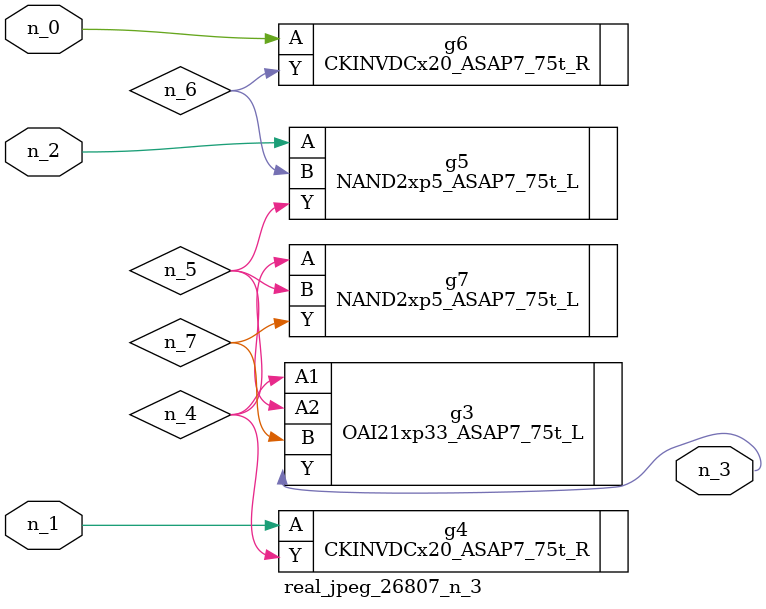
<source format=v>
module real_jpeg_26807_n_3 (n_1, n_0, n_2, n_3);

input n_1;
input n_0;
input n_2;

output n_3;

wire n_5;
wire n_4;
wire n_6;
wire n_7;

CKINVDCx20_ASAP7_75t_R g6 ( 
.A(n_0),
.Y(n_6)
);

CKINVDCx20_ASAP7_75t_R g4 ( 
.A(n_1),
.Y(n_4)
);

NAND2xp5_ASAP7_75t_L g5 ( 
.A(n_2),
.B(n_6),
.Y(n_5)
);

OAI21xp33_ASAP7_75t_L g3 ( 
.A1(n_4),
.A2(n_5),
.B(n_7),
.Y(n_3)
);

NAND2xp5_ASAP7_75t_L g7 ( 
.A(n_4),
.B(n_5),
.Y(n_7)
);


endmodule
</source>
